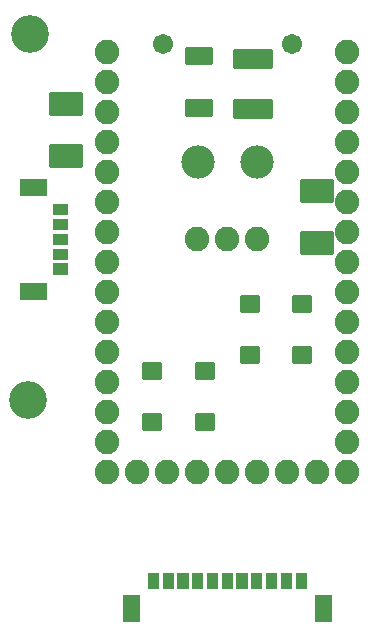
<source format=gbr>
G04 --- HEADER BEGIN --- *
G04 #@! TF.GenerationSoftware,LibrePCB,LibrePCB,1.1.0*
G04 #@! TF.CreationDate,2024-04-23T21:01:02*
G04 #@! TF.ProjectId,motherboard (Version 2),e7e7bca0-b6b9-4684-b626-93943a2f5169,version_2*
G04 #@! TF.Part,Single*
G04 #@! TF.SameCoordinates*
G04 #@! TF.FileFunction,Soldermask,Top*
G04 #@! TF.FilePolarity,Negative*
%FSLAX66Y66*%
%MOMM*%
G01*
G75*
G04 --- HEADER END --- *
G04 --- APERTURE LIST BEGIN --- *
%ADD10C,2.0796*%
%AMROUNDEDRECT11*20,1,1.47,-0.735,0.0,0.735,0.0,0.0*20,1,1.27,-0.835,0.0,0.835,0.0,0.0*1,1,0.2,-0.735,0.635*1,1,0.2,0.735,0.635*1,1,0.2,0.735,-0.635*1,1,0.2,-0.735,-0.635*%
%ADD11ROUNDEDRECT11*%
%AMROUNDEDRECT12*20,1,1.7,-1.6,0.0,1.6,0.0,0.0*20,1,1.5,-1.7,0.0,1.7,0.0,0.0*1,1,0.2,-1.6,0.75*1,1,0.2,1.6,0.75*1,1,0.2,1.6,-0.75*1,1,0.2,-1.6,-0.75*%
%ADD12ROUNDEDRECT12*%
%ADD13C,0.01*%
%ADD14C,1.708*%
%ADD15C,2.825*%
%AMROUNDEDRECT16*20,1,2.0,-1.35,0.0,1.35,0.0,0.0*20,1,1.8,-1.45,0.0,1.45,0.0,0.0*1,1,0.2,-1.35,0.9*1,1,0.2,1.35,0.9*1,1,0.2,1.35,-0.9*1,1,0.2,-1.35,-0.9*%
%ADD16ROUNDEDRECT16*%
%AMROUNDEDRECT17*20,1,1.6,-1.05,0.0,1.05,0.0,0.0*20,1,1.4,-1.15,0.0,1.15,0.0,0.0*1,1,0.2,-1.05,0.7*1,1,0.2,1.05,0.7*1,1,0.2,1.05,-0.7*1,1,0.2,-1.05,-0.7*%
%ADD17ROUNDEDRECT17*%
%ADD18C,3.2*%
G04 --- APERTURE LIST END --- *
G04 --- BOARD BEGIN --- *
D10*
G04 #@! TO.C,J6*
X42545000Y62865000D03*
X42545000Y65405000D03*
X42545000Y70485000D03*
X42545000Y60325000D03*
X42545000Y40005000D03*
X42545000Y42545000D03*
X42545000Y47625000D03*
X42545000Y52705000D03*
X42545000Y37465000D03*
X42545000Y57785000D03*
X42545000Y67945000D03*
X42545000Y45085000D03*
X42545000Y55245000D03*
X42545000Y50165000D03*
D11*
G04 #@! TO.C,D2*
X50800000Y43425000D03*
X50800000Y39125000D03*
D12*
G04 #@! TO.C,F1*
X54880000Y69870000D03*
X54880000Y65670000D03*
D10*
G04 #@! TO.C,J7*
X62865000Y62865000D03*
X62865000Y65405000D03*
X62865000Y70485000D03*
X62865000Y60325000D03*
X62865000Y40005000D03*
X62865000Y42545000D03*
X62865000Y47625000D03*
X62865000Y52705000D03*
X62865000Y37465000D03*
X62865000Y57785000D03*
X62865000Y67945000D03*
X62865000Y45085000D03*
X62865000Y55245000D03*
X62865000Y50165000D03*
D13*
G04 #@! TO.C,J3*
G36*
X50681200Y26356200D02*
X49728800Y26356200D01*
X49728800Y25003800D01*
X50681200Y25003800D01*
X50681200Y26356200D01*
G37*
G36*
X51931200Y26356200D02*
X50978800Y26356200D01*
X50978800Y25003800D01*
X51931200Y25003800D01*
X51931200Y26356200D01*
G37*
G36*
X46931200Y26356200D02*
X45978800Y26356200D01*
X45978800Y25003800D01*
X46931200Y25003800D01*
X46931200Y26356200D01*
G37*
G36*
X55681200Y26356200D02*
X54728800Y26356200D01*
X54728800Y25003800D01*
X55681200Y25003800D01*
X55681200Y26356200D01*
G37*
G36*
X58181200Y26356200D02*
X57228800Y26356200D01*
X57228800Y25003800D01*
X58181200Y25003800D01*
X58181200Y26356200D01*
G37*
G36*
X54431200Y26356200D02*
X53478800Y26356200D01*
X53478800Y25003800D01*
X54431200Y25003800D01*
X54431200Y26356200D01*
G37*
G36*
X61581200Y24536200D02*
X60128800Y24536200D01*
X60128800Y22233800D01*
X61581200Y22233800D01*
X61581200Y24536200D01*
G37*
G36*
X56931200Y26356200D02*
X55978800Y26356200D01*
X55978800Y25003800D01*
X56931200Y25003800D01*
X56931200Y26356200D01*
G37*
G36*
X48181200Y26356200D02*
X47228800Y26356200D01*
X47228800Y25003800D01*
X48181200Y25003800D01*
X48181200Y26356200D01*
G37*
G36*
X49431200Y26356200D02*
X48478800Y26356200D01*
X48478800Y25003800D01*
X49431200Y25003800D01*
X49431200Y26356200D01*
G37*
G36*
X53181200Y26356200D02*
X52228800Y26356200D01*
X52228800Y25003800D01*
X53181200Y25003800D01*
X53181200Y26356200D01*
G37*
G36*
X45281200Y24536200D02*
X43828800Y24536200D01*
X43828800Y22233800D01*
X45281200Y22233800D01*
X45281200Y24536200D01*
G37*
G36*
X59431200Y26356200D02*
X58478800Y26356200D01*
X58478800Y25003800D01*
X59431200Y25003800D01*
X59431200Y26356200D01*
G37*
D10*
G04 #@! TO.C,J8*
X52705000Y34925000D03*
X45085000Y34925000D03*
X47625000Y34925000D03*
X55245000Y34925000D03*
X42545000Y34925000D03*
X50165000Y34925000D03*
X57785000Y34925000D03*
X60325000Y34925000D03*
X62865000Y34925000D03*
D11*
G04 #@! TO.C,D9*
X54610000Y49140000D03*
X54610000Y44840000D03*
D13*
G04 #@! TO.C,J5*
G36*
X39256200Y52883800D02*
X39256200Y53836200D01*
X37903800Y53836200D01*
X37903800Y52883800D01*
X39256200Y52883800D01*
G37*
G36*
X37436200Y49483800D02*
X37436200Y50936200D01*
X35133800Y50936200D01*
X35133800Y49483800D01*
X37436200Y49483800D01*
G37*
G36*
X39256200Y51633800D02*
X39256200Y52586200D01*
X37903800Y52586200D01*
X37903800Y51633800D01*
X39256200Y51633800D01*
G37*
G36*
X39256200Y54133800D02*
X39256200Y55086200D01*
X37903800Y55086200D01*
X37903800Y54133800D01*
X39256200Y54133800D01*
G37*
G36*
X37436200Y58283800D02*
X37436200Y59736200D01*
X35133800Y59736200D01*
X35133800Y58283800D01*
X37436200Y58283800D01*
G37*
G36*
X39256200Y55383800D02*
X39256200Y56336200D01*
X37903800Y56336200D01*
X37903800Y55383800D01*
X39256200Y55383800D01*
G37*
G36*
X39256200Y56633800D02*
X39256200Y57586200D01*
X37903800Y57586200D01*
X37903800Y56633800D01*
X39256200Y56633800D01*
G37*
D14*
G04 #@! TO.C,J4*
X58220000Y71150000D03*
X47220000Y71150000D03*
D15*
X50220000Y61150000D03*
X55220000Y61150000D03*
D10*
G04 #@! TO.C,S1*
X52705000Y54610000D03*
X55245000Y54610000D03*
X50165000Y54610000D03*
D16*
G04 #@! TO.C,R2*
X60325000Y58715000D03*
X60325000Y54315000D03*
D11*
G04 #@! TO.C,D5*
X46355000Y43425000D03*
X46355000Y39125000D03*
G04 #@! TO.C,D6*
X59055000Y49140000D03*
X59055000Y44840000D03*
D17*
G04 #@! TO.C,D1*
X50270000Y70170000D03*
X50270000Y65770000D03*
D16*
G04 #@! TO.C,R1*
X39065000Y61665000D03*
X39065000Y66065000D03*
D18*
G04 #@! TD*
X35800000Y41000000D03*
X36000000Y72000000D03*
G04 --- BOARD END --- *
G04 #@! TF.MD5,1df360a53a22042c8e512eee24c59754*
M02*

</source>
